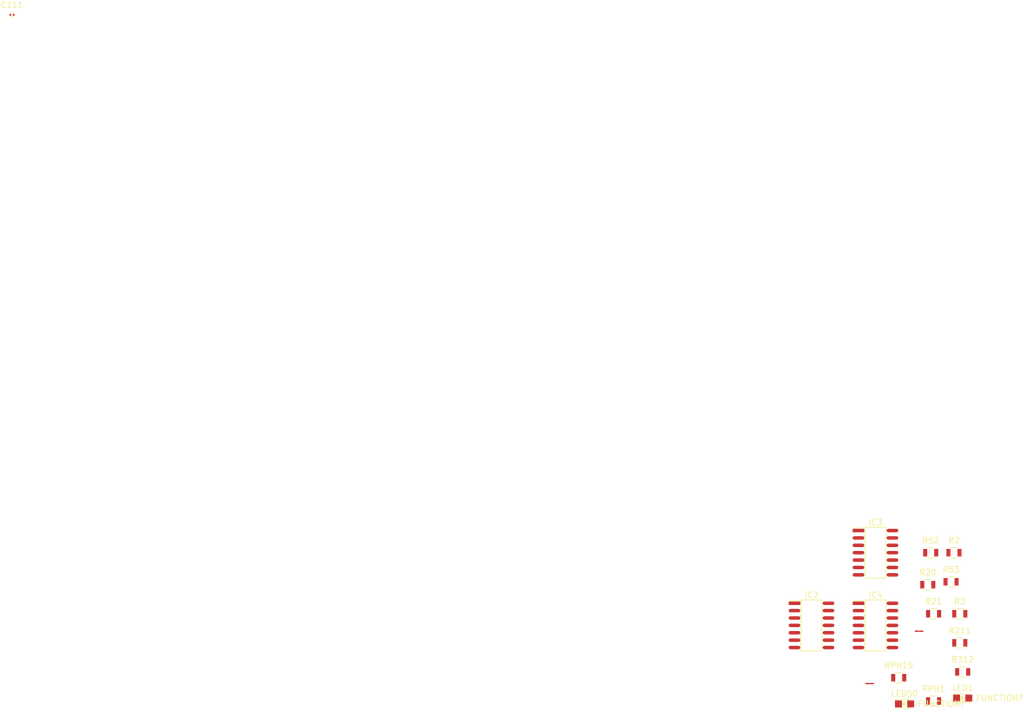
<source format=kicad_pcb>
(kicad_pcb (version 4) (host pcbnew 4.0.7)

  (general
    (links 30)
    (no_connects 30)
    (area 0 0 0 0)
    (thickness 1.6)
    (drawings 0)
    (tracks 0)
    (zones 0)
    (modules 18)
    (nets 17)
  )

  (page A4)
  (layers
    (0 F.Cu signal)
    (31 B.Cu signal)
    (32 B.Adhes user)
    (33 F.Adhes user)
    (34 B.Paste user)
    (35 F.Paste user)
    (36 B.SilkS user)
    (37 F.SilkS user)
    (38 B.Mask user)
    (39 F.Mask user)
    (40 Dwgs.User user)
    (41 Cmts.User user)
    (42 Eco1.User user)
    (43 Eco2.User user)
    (44 Edge.Cuts user)
    (45 Margin user)
    (46 B.CrtYd user)
    (47 F.CrtYd user)
    (48 B.Fab user)
    (49 F.Fab user)
  )

  (setup
    (last_trace_width 0.25)
    (trace_clearance 0.2)
    (zone_clearance 0.508)
    (zone_45_only no)
    (trace_min 0.2)
    (segment_width 0.2)
    (edge_width 0.1)
    (via_size 0.6)
    (via_drill 0.4)
    (via_min_size 0.4)
    (via_min_drill 0.3)
    (uvia_size 0.3)
    (uvia_drill 0.1)
    (uvias_allowed no)
    (uvia_min_size 0.2)
    (uvia_min_drill 0.1)
    (pcb_text_width 0.3)
    (pcb_text_size 1.5 1.5)
    (mod_edge_width 0.15)
    (mod_text_size 1 1)
    (mod_text_width 0.15)
    (pad_size 1.5 1.5)
    (pad_drill 0.6)
    (pad_to_mask_clearance 0.1)
    (aux_axis_origin 0 0)
    (visible_elements FFFFFF7F)
    (pcbplotparams
      (layerselection 0x00030_80000001)
      (usegerberextensions false)
      (excludeedgelayer true)
      (linewidth 0.150000)
      (plotframeref false)
      (viasonmask false)
      (mode 1)
      (useauxorigin false)
      (hpglpennumber 1)
      (hpglpenspeed 20)
      (hpglpendiameter 15)
      (hpglpenoverlay 2)
      (psnegative false)
      (psa4output false)
      (plotreference true)
      (plotvalue true)
      (plotinvisibletext false)
      (padsonsilk false)
      (subtractmaskfromsilk false)
      (outputformat 1)
      (mirror false)
      (drillshape 1)
      (scaleselection 1)
      (outputdirectory ""))
  )

  (net 0 "")
  (net 1 /logic1/Q)
  (net 2 /logic1/Q_N)
  (net 3 GND)
  (net 4 VCC)
  (net 5 /logic2/Q)
  (net 6 /logic2/Q_N)
  (net 7 /core/LEVEL_SHIFTER/logic_ls/Q)
  (net 8 /core/LEVEL_SHIFTER/logic_ls/Q_N)
  (net 9 DRV_1)
  (net 10 DRV_2)
  (net 11 SENSE_1)
  (net 12 SENSE_2)
  (net 13 /TOP_VCC)
  (net 14 /TOP_GND)
  (net 15 /driver1/GND_LOCAL)
  (net 16 /driver2/GND_LOCAL)

  (net_class Default "This is the default net class."
    (clearance 0.2)
    (trace_width 0.25)
    (via_dia 0.6)
    (via_drill 0.4)
    (uvia_dia 0.3)
    (uvia_drill 0.1)
    (add_net /TOP_GND)
    (add_net /TOP_VCC)
    (add_net /core/LEVEL_SHIFTER/logic_ls/Q)
    (add_net /core/LEVEL_SHIFTER/logic_ls/Q_N)
    (add_net /driver1/GND_LOCAL)
    (add_net /driver2/GND_LOCAL)
    (add_net /logic1/Q)
    (add_net /logic1/Q_N)
    (add_net /logic2/Q)
    (add_net /logic2/Q_N)
    (add_net DRV_1)
    (add_net DRV_2)
    (add_net GND)
    (add_net SENSE_1)
    (add_net SENSE_2)
    (add_net VCC)
  )

  (module bel_ic:S_SO14 (layer F.Cu) (tedit 553B3CA0) (tstamp 5B86616A)
    (at 137.5 105)
    (path /5B851D3B/5B851D80)
    (attr smd)
    (fp_text reference IC2 (at 0 -5.225) (layer F.SilkS)
      (effects (font (size 1 1) (thickness 0.15)))
    )
    (fp_text value 7400 (at 0 0 90) (layer F.Fab) hide
      (effects (font (size 1 1) (thickness 0.15)))
    )
    (fp_line (start -3.85 -4.275) (end -3.65 -4.275) (layer F.SilkS) (width 0.15))
    (fp_line (start -3.65 -4.275) (end -2 -4.275) (layer F.SilkS) (width 0.15))
    (fp_line (start -1.8 -4.375) (end -1.8 4.375) (layer F.SilkS) (width 0.15))
    (fp_line (start -1.8 4.375) (end 1.8 4.375) (layer F.SilkS) (width 0.15))
    (fp_line (start 1.8 4.375) (end 1.8 -4.375) (layer F.SilkS) (width 0.15))
    (fp_line (start 1.8 -4.375) (end -1.8 -4.375) (layer F.SilkS) (width 0.15))
    (pad 1 smd rect (at -2.925 -3.81) (size 2 0.6) (layers F.Cu F.Paste F.Mask))
    (pad 2 smd oval (at -2.925 -2.54) (size 2 0.6) (layers F.Cu F.Paste F.Mask)
      (net 1 /logic1/Q))
    (pad 3 smd oval (at -2.925 -1.27) (size 2 0.6) (layers F.Cu F.Paste F.Mask)
      (net 2 /logic1/Q_N))
    (pad 4 smd oval (at -2.925 0) (size 2 0.6) (layers F.Cu F.Paste F.Mask))
    (pad 5 smd oval (at -2.925 1.27) (size 2 0.6) (layers F.Cu F.Paste F.Mask))
    (pad 6 smd oval (at -2.925 2.54) (size 2 0.6) (layers F.Cu F.Paste F.Mask))
    (pad 7 smd oval (at -2.925 3.81) (size 2 0.6) (layers F.Cu F.Paste F.Mask)
      (net 3 GND))
    (pad 8 smd oval (at 2.925 3.81) (size 2 0.6) (layers F.Cu F.Paste F.Mask))
    (pad 9 smd oval (at 2.925 2.54) (size 2 0.6) (layers F.Cu F.Paste F.Mask))
    (pad 10 smd oval (at 2.925 1.27) (size 2 0.6) (layers F.Cu F.Paste F.Mask))
    (pad 11 smd oval (at 2.925 0) (size 2 0.6) (layers F.Cu F.Paste F.Mask)
      (net 1 /logic1/Q))
    (pad 12 smd oval (at 2.925 -1.27) (size 2 0.6) (layers F.Cu F.Paste F.Mask))
    (pad 13 smd oval (at 2.925 -2.54) (size 2 0.6) (layers F.Cu F.Paste F.Mask)
      (net 2 /logic1/Q_N))
    (pad 14 smd oval (at 2.925 -3.81) (size 2 0.6) (layers F.Cu F.Paste F.Mask)
      (net 4 VCC))
    (model /usr/local/share/kicad/modules/packages3d/Housings_SOIC.3dshapes/SOIC-14_3.9x8.7mm_Pitch1.27mm.wrl
      (at (xyz 0 0 0))
      (scale (xyz 1 1 1))
      (rotate (xyz 0 0 0))
    )
  )

  (module bel_ic:S_SO14 (layer F.Cu) (tedit 553B3CA0) (tstamp 5B866182)
    (at 148.5 92.5)
    (path /5B852748/5B851D80)
    (attr smd)
    (fp_text reference IC3 (at 0 -5.225) (layer F.SilkS)
      (effects (font (size 1 1) (thickness 0.15)))
    )
    (fp_text value 7400 (at 0 0 90) (layer F.Fab) hide
      (effects (font (size 1 1) (thickness 0.15)))
    )
    (fp_line (start -3.85 -4.275) (end -3.65 -4.275) (layer F.SilkS) (width 0.15))
    (fp_line (start -3.65 -4.275) (end -2 -4.275) (layer F.SilkS) (width 0.15))
    (fp_line (start -1.8 -4.375) (end -1.8 4.375) (layer F.SilkS) (width 0.15))
    (fp_line (start -1.8 4.375) (end 1.8 4.375) (layer F.SilkS) (width 0.15))
    (fp_line (start 1.8 4.375) (end 1.8 -4.375) (layer F.SilkS) (width 0.15))
    (fp_line (start 1.8 -4.375) (end -1.8 -4.375) (layer F.SilkS) (width 0.15))
    (pad 1 smd rect (at -2.925 -3.81) (size 2 0.6) (layers F.Cu F.Paste F.Mask))
    (pad 2 smd oval (at -2.925 -2.54) (size 2 0.6) (layers F.Cu F.Paste F.Mask)
      (net 5 /logic2/Q))
    (pad 3 smd oval (at -2.925 -1.27) (size 2 0.6) (layers F.Cu F.Paste F.Mask)
      (net 6 /logic2/Q_N))
    (pad 4 smd oval (at -2.925 0) (size 2 0.6) (layers F.Cu F.Paste F.Mask))
    (pad 5 smd oval (at -2.925 1.27) (size 2 0.6) (layers F.Cu F.Paste F.Mask))
    (pad 6 smd oval (at -2.925 2.54) (size 2 0.6) (layers F.Cu F.Paste F.Mask))
    (pad 7 smd oval (at -2.925 3.81) (size 2 0.6) (layers F.Cu F.Paste F.Mask)
      (net 3 GND))
    (pad 8 smd oval (at 2.925 3.81) (size 2 0.6) (layers F.Cu F.Paste F.Mask))
    (pad 9 smd oval (at 2.925 2.54) (size 2 0.6) (layers F.Cu F.Paste F.Mask))
    (pad 10 smd oval (at 2.925 1.27) (size 2 0.6) (layers F.Cu F.Paste F.Mask))
    (pad 11 smd oval (at 2.925 0) (size 2 0.6) (layers F.Cu F.Paste F.Mask)
      (net 5 /logic2/Q))
    (pad 12 smd oval (at 2.925 -1.27) (size 2 0.6) (layers F.Cu F.Paste F.Mask))
    (pad 13 smd oval (at 2.925 -2.54) (size 2 0.6) (layers F.Cu F.Paste F.Mask)
      (net 6 /logic2/Q_N))
    (pad 14 smd oval (at 2.925 -3.81) (size 2 0.6) (layers F.Cu F.Paste F.Mask)
      (net 4 VCC))
    (model /usr/local/share/kicad/modules/packages3d/Housings_SOIC.3dshapes/SOIC-14_3.9x8.7mm_Pitch1.27mm.wrl
      (at (xyz 0 0 0))
      (scale (xyz 1 1 1))
      (rotate (xyz 0 0 0))
    )
  )

  (module bel_ic:S_SO14 (layer F.Cu) (tedit 553B3CA0) (tstamp 5B86619A)
    (at 148.5011 105.0036)
    (path /59F17F64/59F18F3E/5B852A16/5B851D80)
    (attr smd)
    (fp_text reference IC4 (at 0 -5.225) (layer F.SilkS)
      (effects (font (size 1 1) (thickness 0.15)))
    )
    (fp_text value 7400 (at 0 0 90) (layer F.Fab) hide
      (effects (font (size 1 1) (thickness 0.15)))
    )
    (fp_line (start -3.85 -4.275) (end -3.65 -4.275) (layer F.SilkS) (width 0.15))
    (fp_line (start -3.65 -4.275) (end -2 -4.275) (layer F.SilkS) (width 0.15))
    (fp_line (start -1.8 -4.375) (end -1.8 4.375) (layer F.SilkS) (width 0.15))
    (fp_line (start -1.8 4.375) (end 1.8 4.375) (layer F.SilkS) (width 0.15))
    (fp_line (start 1.8 4.375) (end 1.8 -4.375) (layer F.SilkS) (width 0.15))
    (fp_line (start 1.8 -4.375) (end -1.8 -4.375) (layer F.SilkS) (width 0.15))
    (pad 1 smd rect (at -2.925 -3.81) (size 2 0.6) (layers F.Cu F.Paste F.Mask))
    (pad 2 smd oval (at -2.925 -2.54) (size 2 0.6) (layers F.Cu F.Paste F.Mask)
      (net 7 /core/LEVEL_SHIFTER/logic_ls/Q))
    (pad 3 smd oval (at -2.925 -1.27) (size 2 0.6) (layers F.Cu F.Paste F.Mask)
      (net 8 /core/LEVEL_SHIFTER/logic_ls/Q_N))
    (pad 4 smd oval (at -2.925 0) (size 2 0.6) (layers F.Cu F.Paste F.Mask))
    (pad 5 smd oval (at -2.925 1.27) (size 2 0.6) (layers F.Cu F.Paste F.Mask))
    (pad 6 smd oval (at -2.925 2.54) (size 2 0.6) (layers F.Cu F.Paste F.Mask))
    (pad 7 smd oval (at -2.925 3.81) (size 2 0.6) (layers F.Cu F.Paste F.Mask)
      (net 3 GND))
    (pad 8 smd oval (at 2.925 3.81) (size 2 0.6) (layers F.Cu F.Paste F.Mask))
    (pad 9 smd oval (at 2.925 2.54) (size 2 0.6) (layers F.Cu F.Paste F.Mask))
    (pad 10 smd oval (at 2.925 1.27) (size 2 0.6) (layers F.Cu F.Paste F.Mask))
    (pad 11 smd oval (at 2.925 0) (size 2 0.6) (layers F.Cu F.Paste F.Mask)
      (net 7 /core/LEVEL_SHIFTER/logic_ls/Q))
    (pad 12 smd oval (at 2.925 -1.27) (size 2 0.6) (layers F.Cu F.Paste F.Mask))
    (pad 13 smd oval (at 2.925 -2.54) (size 2 0.6) (layers F.Cu F.Paste F.Mask)
      (net 8 /core/LEVEL_SHIFTER/logic_ls/Q_N))
    (pad 14 smd oval (at 2.925 -3.81) (size 2 0.6) (layers F.Cu F.Paste F.Mask)
      (net 4 VCC))
    (model /usr/local/share/kicad/modules/packages3d/Housings_SOIC.3dshapes/SOIC-14_3.9x8.7mm_Pitch1.27mm.wrl
      (at (xyz 0 0 0))
      (scale (xyz 1 1 1))
      (rotate (xyz 0 0 0))
    )
  )

  (module bel_opto:S_0805 (layer F.Cu) (tedit 595D3B56) (tstamp 5B8661B6)
    (at 163.5 117.5)
    (descr LED_PAC_S_0805_VAL_)
    (tags "LED SMD 0805")
    (path /59F17F77/5A991798)
    (attr smd)
    (fp_text reference LED1 (at 0 -1.75) (layer F.SilkS)
      (effects (font (size 1 1) (thickness 0.15)))
    )
    (fp_text value red (at 0 1.75) (layer F.Fab)
      (effects (font (size 1 1) (thickness 0.15)))
    )
    (fp_text user FUNCTION? (at 6.35 0) (layer F.SilkS)
      (effects (font (size 1 1) (thickness 0.15)))
    )
    (fp_line (start -0.4 -0.3) (end -0.4 0.3) (layer F.Fab) (width 0.15))
    (fp_line (start -0.3 0) (end 0 -0.3) (layer F.Fab) (width 0.15))
    (fp_line (start 0 0.3) (end -0.3 0) (layer F.Fab) (width 0.15))
    (fp_line (start 0 -0.3) (end 0 0.3) (layer F.Fab) (width 0.15))
    (fp_line (start 1 -0.6) (end -1 -0.6) (layer F.Fab) (width 0.15))
    (fp_line (start 1 0.6) (end 1 -0.6) (layer F.Fab) (width 0.15))
    (fp_line (start -1 0.6) (end 1 0.6) (layer F.Fab) (width 0.15))
    (fp_line (start -1 -0.6) (end -1 0.6) (layer F.Fab) (width 0.15))
    (fp_line (start -1.6 0.75) (end 1.1 0.75) (layer F.SilkS) (width 0.15))
    (fp_line (start -1.6 -0.75) (end 1.1 -0.75) (layer F.SilkS) (width 0.15))
    (fp_line (start -0.1 0.15) (end -0.1 -0.1) (layer F.SilkS) (width 0.15))
    (fp_line (start -0.1 -0.1) (end -0.25 0.05) (layer F.SilkS) (width 0.15))
    (fp_line (start -0.35 -0.35) (end -0.35 0.35) (layer F.SilkS) (width 0.15))
    (fp_line (start 0 0) (end 0.35 0) (layer F.SilkS) (width 0.15))
    (fp_line (start -0.35 0) (end 0 -0.35) (layer F.SilkS) (width 0.15))
    (fp_line (start 0 -0.35) (end 0 0.35) (layer F.SilkS) (width 0.15))
    (fp_line (start 0 0.35) (end -0.35 0) (layer F.SilkS) (width 0.15))
    (fp_line (start 1.9 -0.95) (end 1.9 0.95) (layer F.CrtYd) (width 0.15))
    (fp_line (start 1.9 0.95) (end -1.9 0.95) (layer F.CrtYd) (width 0.15))
    (fp_line (start -1.9 0.95) (end -1.9 -0.95) (layer F.CrtYd) (width 0.15))
    (fp_line (start -1.9 -0.95) (end 1.9 -0.95) (layer F.CrtYd) (width 0.15))
    (pad A smd rect (at 1.04902 0 180) (size 1.19888 1.19888) (layers F.Cu F.Paste F.Mask)
      (net 9 DRV_1))
    (pad C smd rect (at -1.04902 0 180) (size 1.19888 1.19888) (layers F.Cu F.Paste F.Mask)
      (net 10 DRV_2))
    (model LEDs.3dshapes/LED_0805.wrl
      (at (xyz 0 0 0))
      (scale (xyz 1 1 1))
      (rotate (xyz 0 0 0))
    )
  )

  (module bel_opto:S_0805 (layer F.Cu) (tedit 595D3B56) (tstamp 5B8661D2)
    (at 153.5 118.5)
    (descr LED_PAC_S_0805_VAL_)
    (tags "LED SMD 0805")
    (path /5B7E59F3/5A991798)
    (attr smd)
    (fp_text reference LED50 (at 0 -1.75) (layer F.SilkS)
      (effects (font (size 1 1) (thickness 0.15)))
    )
    (fp_text value red (at 0 1.75) (layer F.Fab)
      (effects (font (size 1 1) (thickness 0.15)))
    )
    (fp_text user FUNCTION? (at 6.35 0) (layer F.SilkS)
      (effects (font (size 1 1) (thickness 0.15)))
    )
    (fp_line (start -0.4 -0.3) (end -0.4 0.3) (layer F.Fab) (width 0.15))
    (fp_line (start -0.3 0) (end 0 -0.3) (layer F.Fab) (width 0.15))
    (fp_line (start 0 0.3) (end -0.3 0) (layer F.Fab) (width 0.15))
    (fp_line (start 0 -0.3) (end 0 0.3) (layer F.Fab) (width 0.15))
    (fp_line (start 1 -0.6) (end -1 -0.6) (layer F.Fab) (width 0.15))
    (fp_line (start 1 0.6) (end 1 -0.6) (layer F.Fab) (width 0.15))
    (fp_line (start -1 0.6) (end 1 0.6) (layer F.Fab) (width 0.15))
    (fp_line (start -1 -0.6) (end -1 0.6) (layer F.Fab) (width 0.15))
    (fp_line (start -1.6 0.75) (end 1.1 0.75) (layer F.SilkS) (width 0.15))
    (fp_line (start -1.6 -0.75) (end 1.1 -0.75) (layer F.SilkS) (width 0.15))
    (fp_line (start -0.1 0.15) (end -0.1 -0.1) (layer F.SilkS) (width 0.15))
    (fp_line (start -0.1 -0.1) (end -0.25 0.05) (layer F.SilkS) (width 0.15))
    (fp_line (start -0.35 -0.35) (end -0.35 0.35) (layer F.SilkS) (width 0.15))
    (fp_line (start 0 0) (end 0.35 0) (layer F.SilkS) (width 0.15))
    (fp_line (start -0.35 0) (end 0 -0.35) (layer F.SilkS) (width 0.15))
    (fp_line (start 0 -0.35) (end 0 0.35) (layer F.SilkS) (width 0.15))
    (fp_line (start 0 0.35) (end -0.35 0) (layer F.SilkS) (width 0.15))
    (fp_line (start 1.9 -0.95) (end 1.9 0.95) (layer F.CrtYd) (width 0.15))
    (fp_line (start 1.9 0.95) (end -1.9 0.95) (layer F.CrtYd) (width 0.15))
    (fp_line (start -1.9 0.95) (end -1.9 -0.95) (layer F.CrtYd) (width 0.15))
    (fp_line (start -1.9 -0.95) (end 1.9 -0.95) (layer F.CrtYd) (width 0.15))
    (pad A smd rect (at 1.04902 0 180) (size 1.19888 1.19888) (layers F.Cu F.Paste F.Mask)
      (net 9 DRV_1))
    (pad C smd rect (at -1.04902 0 180) (size 1.19888 1.19888) (layers F.Cu F.Paste F.Mask)
      (net 10 DRV_2))
    (model LEDs.3dshapes/LED_0805.wrl
      (at (xyz 0 0 0))
      (scale (xyz 1 1 1))
      (rotate (xyz 0 0 0))
    )
  )

  (module bel_netchanger:0mm2 (layer F.Cu) (tedit 585A8500) (tstamp 5B8661D9)
    (at 147.5 115)
    (descr "NetChanger 0mm2")
    (tags "NetChanger 0mm2")
    (path /59F17F64/59F18F3E/5A99221E)
    (attr virtual)
    (fp_text reference N1 (at 0 -1.9) (layer F.SilkS) hide
      (effects (font (size 1 1) (thickness 0.15)))
    )
    (fp_text value NETCHANGER (at 0 1.9) (layer F.Fab) hide
      (effects (font (size 1 1) (thickness 0.15)))
    )
    (fp_line (start -0.5 0) (end 0.5 0) (layer F.Cu) (width 0.2))
    (pad 1 smd rect (at -0.5 0) (size 0.5 0.2) (layers F.Cu)
      (net 11 SENSE_1))
    (pad 2 smd rect (at 0.5 0) (size 0.5 0.2) (layers F.Cu)
      (net 9 DRV_1))
  )

  (module bel_netchanger:0mm2 (layer F.Cu) (tedit 585A8500) (tstamp 5B8661E0)
    (at 156 106)
    (descr "NetChanger 0mm2")
    (tags "NetChanger 0mm2")
    (path /59F17F64/59F18F3E/5A992366)
    (attr virtual)
    (fp_text reference N2 (at 0 -1.9) (layer F.SilkS) hide
      (effects (font (size 1 1) (thickness 0.15)))
    )
    (fp_text value NETCHANGER (at 0 1.9) (layer F.Fab) hide
      (effects (font (size 1 1) (thickness 0.15)))
    )
    (fp_line (start -0.5 0) (end 0.5 0) (layer F.Cu) (width 0.2))
    (pad 1 smd rect (at -0.5 0) (size 0.5 0.2) (layers F.Cu)
      (net 12 SENSE_2))
    (pad 2 smd rect (at 0.5 0) (size 0.5 0.2) (layers F.Cu)
      (net 10 DRV_2))
  )

  (module bel_resistor:S_0805 (layer F.Cu) (tedit 58307B54) (tstamp 5B8661F0)
    (at 162 92.5)
    (descr R_PAC_S_0805_VAL_)
    (tags "resistor SMD 0805")
    (path /59F17FDE/5A991D9E)
    (attr smd)
    (fp_text reference R2 (at 0 -2.1) (layer F.SilkS)
      (effects (font (size 1 1) (thickness 0.15)))
    )
    (fp_text value 330R (at 0 2.1) (layer F.Fab)
      (effects (font (size 1 1) (thickness 0.15)))
    )
    (fp_line (start -1 0.625) (end -1 -0.625) (layer F.Fab) (width 0.15))
    (fp_line (start 1 0.625) (end -1 0.625) (layer F.Fab) (width 0.15))
    (fp_line (start 1 -0.625) (end 1 0.625) (layer F.Fab) (width 0.15))
    (fp_line (start -1 -0.625) (end 1 -0.625) (layer F.Fab) (width 0.15))
    (fp_line (start -1.6 -1) (end 1.6 -1) (layer F.CrtYd) (width 0.15))
    (fp_line (start -1.6 1) (end 1.6 1) (layer F.CrtYd) (width 0.15))
    (fp_line (start -1.6 -1) (end -1.6 1) (layer F.CrtYd) (width 0.15))
    (fp_line (start 1.6 -1) (end 1.6 1) (layer F.CrtYd) (width 0.15))
    (fp_line (start 0.6 0.875) (end -0.6 0.875) (layer F.SilkS) (width 0.15))
    (fp_line (start -0.6 -0.875) (end 0.6 -0.875) (layer F.SilkS) (width 0.15))
    (pad 1 smd rect (at -0.95 0) (size 0.7 1.3) (layers F.Cu F.Paste F.Mask)
      (net 11 SENSE_1))
    (pad 2 smd rect (at 0.95 0) (size 0.7 1.3) (layers F.Cu F.Paste F.Mask)
      (net 13 /TOP_VCC))
    (model Resistors_SMD.3dshapes/R_0805.wrl
      (at (xyz 0 0 0))
      (scale (xyz 1 1 1))
      (rotate (xyz 0 0 0))
    )
  )

  (module bel_resistor:S_0805 (layer F.Cu) (tedit 58307B54) (tstamp 5B866200)
    (at 163 103)
    (descr R_PAC_S_0805_VAL_)
    (tags "resistor SMD 0805")
    (path /59F17FDE/5A991E16)
    (attr smd)
    (fp_text reference R3 (at 0 -2.1) (layer F.SilkS)
      (effects (font (size 1 1) (thickness 0.15)))
    )
    (fp_text value 330R (at 0 2.1) (layer F.Fab)
      (effects (font (size 1 1) (thickness 0.15)))
    )
    (fp_line (start -1 0.625) (end -1 -0.625) (layer F.Fab) (width 0.15))
    (fp_line (start 1 0.625) (end -1 0.625) (layer F.Fab) (width 0.15))
    (fp_line (start 1 -0.625) (end 1 0.625) (layer F.Fab) (width 0.15))
    (fp_line (start -1 -0.625) (end 1 -0.625) (layer F.Fab) (width 0.15))
    (fp_line (start -1.6 -1) (end 1.6 -1) (layer F.CrtYd) (width 0.15))
    (fp_line (start -1.6 1) (end 1.6 1) (layer F.CrtYd) (width 0.15))
    (fp_line (start -1.6 -1) (end -1.6 1) (layer F.CrtYd) (width 0.15))
    (fp_line (start 1.6 -1) (end 1.6 1) (layer F.CrtYd) (width 0.15))
    (fp_line (start 0.6 0.875) (end -0.6 0.875) (layer F.SilkS) (width 0.15))
    (fp_line (start -0.6 -0.875) (end 0.6 -0.875) (layer F.SilkS) (width 0.15))
    (pad 1 smd rect (at -0.95 0) (size 0.7 1.3) (layers F.Cu F.Paste F.Mask)
      (net 14 /TOP_GND))
    (pad 2 smd rect (at 0.95 0) (size 0.7 1.3) (layers F.Cu F.Paste F.Mask)
      (net 12 SENSE_2))
    (model Resistors_SMD.3dshapes/R_0805.wrl
      (at (xyz 0 0 0))
      (scale (xyz 1 1 1))
      (rotate (xyz 0 0 0))
    )
  )

  (module bel_resistor:S_0805 (layer F.Cu) (tedit 58307B54) (tstamp 5B866210)
    (at 157.5 98)
    (descr R_PAC_S_0805_VAL_)
    (tags "resistor SMD 0805")
    (path /59F17F77/5A992515)
    (attr smd)
    (fp_text reference R20 (at 0 -2.1) (layer F.SilkS)
      (effects (font (size 1 1) (thickness 0.15)))
    )
    (fp_text value 1k2 (at 0 2.1) (layer F.Fab)
      (effects (font (size 1 1) (thickness 0.15)))
    )
    (fp_line (start -1 0.625) (end -1 -0.625) (layer F.Fab) (width 0.15))
    (fp_line (start 1 0.625) (end -1 0.625) (layer F.Fab) (width 0.15))
    (fp_line (start 1 -0.625) (end 1 0.625) (layer F.Fab) (width 0.15))
    (fp_line (start -1 -0.625) (end 1 -0.625) (layer F.Fab) (width 0.15))
    (fp_line (start -1.6 -1) (end 1.6 -1) (layer F.CrtYd) (width 0.15))
    (fp_line (start -1.6 1) (end 1.6 1) (layer F.CrtYd) (width 0.15))
    (fp_line (start -1.6 -1) (end -1.6 1) (layer F.CrtYd) (width 0.15))
    (fp_line (start 1.6 -1) (end 1.6 1) (layer F.CrtYd) (width 0.15))
    (fp_line (start 0.6 0.875) (end -0.6 0.875) (layer F.SilkS) (width 0.15))
    (fp_line (start -0.6 -0.875) (end 0.6 -0.875) (layer F.SilkS) (width 0.15))
    (pad 1 smd rect (at -0.95 0) (size 0.7 1.3) (layers F.Cu F.Paste F.Mask)
      (net 9 DRV_1))
    (pad 2 smd rect (at 0.95 0) (size 0.7 1.3) (layers F.Cu F.Paste F.Mask)
      (net 15 /driver1/GND_LOCAL))
    (model Resistors_SMD.3dshapes/R_0805.wrl
      (at (xyz 0 0 0))
      (scale (xyz 1 1 1))
      (rotate (xyz 0 0 0))
    )
  )

  (module bel_resistor:S_0805 (layer F.Cu) (tedit 58307B54) (tstamp 5B866220)
    (at 158.5 103)
    (descr R_PAC_S_0805_VAL_)
    (tags "resistor SMD 0805")
    (path /59F17F77/5A9927FC)
    (attr smd)
    (fp_text reference R21 (at 0 -2.1) (layer F.SilkS)
      (effects (font (size 1 1) (thickness 0.15)))
    )
    (fp_text value 1k2 (at 0 2.1) (layer F.Fab)
      (effects (font (size 1 1) (thickness 0.15)))
    )
    (fp_line (start -1 0.625) (end -1 -0.625) (layer F.Fab) (width 0.15))
    (fp_line (start 1 0.625) (end -1 0.625) (layer F.Fab) (width 0.15))
    (fp_line (start 1 -0.625) (end 1 0.625) (layer F.Fab) (width 0.15))
    (fp_line (start -1 -0.625) (end 1 -0.625) (layer F.Fab) (width 0.15))
    (fp_line (start -1.6 -1) (end 1.6 -1) (layer F.CrtYd) (width 0.15))
    (fp_line (start -1.6 1) (end 1.6 1) (layer F.CrtYd) (width 0.15))
    (fp_line (start -1.6 -1) (end -1.6 1) (layer F.CrtYd) (width 0.15))
    (fp_line (start 1.6 -1) (end 1.6 1) (layer F.CrtYd) (width 0.15))
    (fp_line (start 0.6 0.875) (end -0.6 0.875) (layer F.SilkS) (width 0.15))
    (fp_line (start -0.6 -0.875) (end 0.6 -0.875) (layer F.SilkS) (width 0.15))
    (pad 1 smd rect (at -0.95 0) (size 0.7 1.3) (layers F.Cu F.Paste F.Mask)
      (net 15 /driver1/GND_LOCAL))
    (pad 2 smd rect (at 0.95 0) (size 0.7 1.3) (layers F.Cu F.Paste F.Mask)
      (net 10 DRV_2))
    (model Resistors_SMD.3dshapes/R_0805.wrl
      (at (xyz 0 0 0))
      (scale (xyz 1 1 1))
      (rotate (xyz 0 0 0))
    )
  )

  (module bel_resistor:S_0805 (layer F.Cu) (tedit 58307B54) (tstamp 5B866250)
    (at 158 92.5)
    (descr R_PAC_S_0805_VAL_)
    (tags "resistor SMD 0805")
    (path /5B7E59F3/5A992515)
    (attr smd)
    (fp_text reference R52 (at 0 -2.1) (layer F.SilkS)
      (effects (font (size 1 1) (thickness 0.15)))
    )
    (fp_text value 1k2 (at 0 2.1) (layer F.Fab)
      (effects (font (size 1 1) (thickness 0.15)))
    )
    (fp_line (start -1 0.625) (end -1 -0.625) (layer F.Fab) (width 0.15))
    (fp_line (start 1 0.625) (end -1 0.625) (layer F.Fab) (width 0.15))
    (fp_line (start 1 -0.625) (end 1 0.625) (layer F.Fab) (width 0.15))
    (fp_line (start -1 -0.625) (end 1 -0.625) (layer F.Fab) (width 0.15))
    (fp_line (start -1.6 -1) (end 1.6 -1) (layer F.CrtYd) (width 0.15))
    (fp_line (start -1.6 1) (end 1.6 1) (layer F.CrtYd) (width 0.15))
    (fp_line (start -1.6 -1) (end -1.6 1) (layer F.CrtYd) (width 0.15))
    (fp_line (start 1.6 -1) (end 1.6 1) (layer F.CrtYd) (width 0.15))
    (fp_line (start 0.6 0.875) (end -0.6 0.875) (layer F.SilkS) (width 0.15))
    (fp_line (start -0.6 -0.875) (end 0.6 -0.875) (layer F.SilkS) (width 0.15))
    (pad 1 smd rect (at -0.95 0) (size 0.7 1.3) (layers F.Cu F.Paste F.Mask)
      (net 9 DRV_1))
    (pad 2 smd rect (at 0.95 0) (size 0.7 1.3) (layers F.Cu F.Paste F.Mask)
      (net 16 /driver2/GND_LOCAL))
    (model Resistors_SMD.3dshapes/R_0805.wrl
      (at (xyz 0 0 0))
      (scale (xyz 1 1 1))
      (rotate (xyz 0 0 0))
    )
  )

  (module bel_resistor:S_0805 (layer F.Cu) (tedit 58307B54) (tstamp 5B866260)
    (at 161.5 97.5)
    (descr R_PAC_S_0805_VAL_)
    (tags "resistor SMD 0805")
    (path /5B7E59F3/5A9927FC)
    (attr smd)
    (fp_text reference R53 (at 0 -2.1) (layer F.SilkS)
      (effects (font (size 1 1) (thickness 0.15)))
    )
    (fp_text value 1k2 (at 0 2.1) (layer F.Fab)
      (effects (font (size 1 1) (thickness 0.15)))
    )
    (fp_line (start -1 0.625) (end -1 -0.625) (layer F.Fab) (width 0.15))
    (fp_line (start 1 0.625) (end -1 0.625) (layer F.Fab) (width 0.15))
    (fp_line (start 1 -0.625) (end 1 0.625) (layer F.Fab) (width 0.15))
    (fp_line (start -1 -0.625) (end 1 -0.625) (layer F.Fab) (width 0.15))
    (fp_line (start -1.6 -1) (end 1.6 -1) (layer F.CrtYd) (width 0.15))
    (fp_line (start -1.6 1) (end 1.6 1) (layer F.CrtYd) (width 0.15))
    (fp_line (start -1.6 -1) (end -1.6 1) (layer F.CrtYd) (width 0.15))
    (fp_line (start 1.6 -1) (end 1.6 1) (layer F.CrtYd) (width 0.15))
    (fp_line (start 0.6 0.875) (end -0.6 0.875) (layer F.SilkS) (width 0.15))
    (fp_line (start -0.6 -0.875) (end 0.6 -0.875) (layer F.SilkS) (width 0.15))
    (pad 1 smd rect (at -0.95 0) (size 0.7 1.3) (layers F.Cu F.Paste F.Mask)
      (net 16 /driver2/GND_LOCAL))
    (pad 2 smd rect (at 0.95 0) (size 0.7 1.3) (layers F.Cu F.Paste F.Mask)
      (net 10 DRV_2))
    (model Resistors_SMD.3dshapes/R_0805.wrl
      (at (xyz 0 0 0))
      (scale (xyz 1 1 1))
      (rotate (xyz 0 0 0))
    )
  )

  (module bel_resistor:S_0805 (layer F.Cu) (tedit 58307B54) (tstamp 5B866270)
    (at 163 108)
    (descr R_PAC_S_0805_VAL_)
    (tags "resistor SMD 0805")
    (path /5B7CFC57/5A991D9E)
    (attr smd)
    (fp_text reference R211 (at 0 -2.1) (layer F.SilkS)
      (effects (font (size 1 1) (thickness 0.15)))
    )
    (fp_text value 330R (at 0 2.1) (layer F.Fab)
      (effects (font (size 1 1) (thickness 0.15)))
    )
    (fp_line (start -1 0.625) (end -1 -0.625) (layer F.Fab) (width 0.15))
    (fp_line (start 1 0.625) (end -1 0.625) (layer F.Fab) (width 0.15))
    (fp_line (start 1 -0.625) (end 1 0.625) (layer F.Fab) (width 0.15))
    (fp_line (start -1 -0.625) (end 1 -0.625) (layer F.Fab) (width 0.15))
    (fp_line (start -1.6 -1) (end 1.6 -1) (layer F.CrtYd) (width 0.15))
    (fp_line (start -1.6 1) (end 1.6 1) (layer F.CrtYd) (width 0.15))
    (fp_line (start -1.6 -1) (end -1.6 1) (layer F.CrtYd) (width 0.15))
    (fp_line (start 1.6 -1) (end 1.6 1) (layer F.CrtYd) (width 0.15))
    (fp_line (start 0.6 0.875) (end -0.6 0.875) (layer F.SilkS) (width 0.15))
    (fp_line (start -0.6 -0.875) (end 0.6 -0.875) (layer F.SilkS) (width 0.15))
    (pad 1 smd rect (at -0.95 0) (size 0.7 1.3) (layers F.Cu F.Paste F.Mask)
      (net 11 SENSE_1))
    (pad 2 smd rect (at 0.95 0) (size 0.7 1.3) (layers F.Cu F.Paste F.Mask)
      (net 13 /TOP_VCC))
    (model Resistors_SMD.3dshapes/R_0805.wrl
      (at (xyz 0 0 0))
      (scale (xyz 1 1 1))
      (rotate (xyz 0 0 0))
    )
  )

  (module bel_resistor:S_0805 (layer F.Cu) (tedit 58307B54) (tstamp 5B866280)
    (at 163.5 113)
    (descr R_PAC_S_0805_VAL_)
    (tags "resistor SMD 0805")
    (path /5B7CFC57/5A991E16)
    (attr smd)
    (fp_text reference R312 (at 0 -2.1) (layer F.SilkS)
      (effects (font (size 1 1) (thickness 0.15)))
    )
    (fp_text value 330R (at 0 2.1) (layer F.Fab)
      (effects (font (size 1 1) (thickness 0.15)))
    )
    (fp_line (start -1 0.625) (end -1 -0.625) (layer F.Fab) (width 0.15))
    (fp_line (start 1 0.625) (end -1 0.625) (layer F.Fab) (width 0.15))
    (fp_line (start 1 -0.625) (end 1 0.625) (layer F.Fab) (width 0.15))
    (fp_line (start -1 -0.625) (end 1 -0.625) (layer F.Fab) (width 0.15))
    (fp_line (start -1.6 -1) (end 1.6 -1) (layer F.CrtYd) (width 0.15))
    (fp_line (start -1.6 1) (end 1.6 1) (layer F.CrtYd) (width 0.15))
    (fp_line (start -1.6 -1) (end -1.6 1) (layer F.CrtYd) (width 0.15))
    (fp_line (start 1.6 -1) (end 1.6 1) (layer F.CrtYd) (width 0.15))
    (fp_line (start 0.6 0.875) (end -0.6 0.875) (layer F.SilkS) (width 0.15))
    (fp_line (start -0.6 -0.875) (end 0.6 -0.875) (layer F.SilkS) (width 0.15))
    (pad 1 smd rect (at -0.95 0) (size 0.7 1.3) (layers F.Cu F.Paste F.Mask)
      (net 14 /TOP_GND))
    (pad 2 smd rect (at 0.95 0) (size 0.7 1.3) (layers F.Cu F.Paste F.Mask)
      (net 12 SENSE_2))
    (model Resistors_SMD.3dshapes/R_0805.wrl
      (at (xyz 0 0 0))
      (scale (xyz 1 1 1))
      (rotate (xyz 0 0 0))
    )
  )

  (module bel_resistor:S_0805 (layer F.Cu) (tedit 58307B54) (tstamp 5B866290)
    (at 158.5 118)
    (descr R_PAC_S_0805_VAL_)
    (tags "resistor SMD 0805")
    (path /59F17FDE/5A991D18)
    (attr smd)
    (fp_text reference RPH1 (at 0 -2.1) (layer F.SilkS)
      (effects (font (size 1 1) (thickness 0.15)))
    )
    (fp_text value 100R (at 0 2.1) (layer F.Fab)
      (effects (font (size 1 1) (thickness 0.15)))
    )
    (fp_line (start -1 0.625) (end -1 -0.625) (layer F.Fab) (width 0.15))
    (fp_line (start 1 0.625) (end -1 0.625) (layer F.Fab) (width 0.15))
    (fp_line (start 1 -0.625) (end 1 0.625) (layer F.Fab) (width 0.15))
    (fp_line (start -1 -0.625) (end 1 -0.625) (layer F.Fab) (width 0.15))
    (fp_line (start -1.6 -1) (end 1.6 -1) (layer F.CrtYd) (width 0.15))
    (fp_line (start -1.6 1) (end 1.6 1) (layer F.CrtYd) (width 0.15))
    (fp_line (start -1.6 -1) (end -1.6 1) (layer F.CrtYd) (width 0.15))
    (fp_line (start 1.6 -1) (end 1.6 1) (layer F.CrtYd) (width 0.15))
    (fp_line (start 0.6 0.875) (end -0.6 0.875) (layer F.SilkS) (width 0.15))
    (fp_line (start -0.6 -0.875) (end 0.6 -0.875) (layer F.SilkS) (width 0.15))
    (pad 1 smd rect (at -0.95 0) (size 0.7 1.3) (layers F.Cu F.Paste F.Mask)
      (net 11 SENSE_1))
    (pad 2 smd rect (at 0.95 0) (size 0.7 1.3) (layers F.Cu F.Paste F.Mask)
      (net 12 SENSE_2))
    (model Resistors_SMD.3dshapes/R_0805.wrl
      (at (xyz 0 0 0))
      (scale (xyz 1 1 1))
      (rotate (xyz 0 0 0))
    )
  )

  (module bel_resistor:S_0805 (layer F.Cu) (tedit 58307B54) (tstamp 5B8662A0)
    (at 152.5 114)
    (descr R_PAC_S_0805_VAL_)
    (tags "resistor SMD 0805")
    (path /5B7CFC57/5A991D18)
    (attr smd)
    (fp_text reference RPH19 (at 0 -2.1) (layer F.SilkS)
      (effects (font (size 1 1) (thickness 0.15)))
    )
    (fp_text value 100R (at 0 2.1) (layer F.Fab)
      (effects (font (size 1 1) (thickness 0.15)))
    )
    (fp_line (start -1 0.625) (end -1 -0.625) (layer F.Fab) (width 0.15))
    (fp_line (start 1 0.625) (end -1 0.625) (layer F.Fab) (width 0.15))
    (fp_line (start 1 -0.625) (end 1 0.625) (layer F.Fab) (width 0.15))
    (fp_line (start -1 -0.625) (end 1 -0.625) (layer F.Fab) (width 0.15))
    (fp_line (start -1.6 -1) (end 1.6 -1) (layer F.CrtYd) (width 0.15))
    (fp_line (start -1.6 1) (end 1.6 1) (layer F.CrtYd) (width 0.15))
    (fp_line (start -1.6 -1) (end -1.6 1) (layer F.CrtYd) (width 0.15))
    (fp_line (start 1.6 -1) (end 1.6 1) (layer F.CrtYd) (width 0.15))
    (fp_line (start 0.6 0.875) (end -0.6 0.875) (layer F.SilkS) (width 0.15))
    (fp_line (start -0.6 -0.875) (end 0.6 -0.875) (layer F.SilkS) (width 0.15))
    (pad 1 smd rect (at -0.95 0) (size 0.7 1.3) (layers F.Cu F.Paste F.Mask)
      (net 11 SENSE_1))
    (pad 2 smd rect (at 0.95 0) (size 0.7 1.3) (layers F.Cu F.Paste F.Mask)
      (net 12 SENSE_2))
    (model Resistors_SMD.3dshapes/R_0805.wrl
      (at (xyz 0 0 0))
      (scale (xyz 1 1 1))
      (rotate (xyz 0 0 0))
    )
  )

  (module bel_capacitor:S_0201 (layer F.Cu) (tedit 5415D524) (tstamp 5B8CF845)
    (at 0 0)
    (descr "Capacitor SMD 0201, reflow soldering, AVX (see smccp.pdf)")
    (tags "capacitor 0201")
    (path /59F17F64/5B8CF22B/5B8CF237)
    (attr smd)
    (fp_text reference C111 (at 0 -1.7) (layer F.SilkS)
      (effects (font (size 1 1) (thickness 0.15)))
    )
    (fp_text value 100n (at 0 1.7) (layer F.Fab)
      (effects (font (size 1 1) (thickness 0.15)))
    )
    (fp_line (start -0.3 0.15) (end -0.3 -0.15) (layer F.Fab) (width 0.15))
    (fp_line (start 0.3 0.15) (end -0.3 0.15) (layer F.Fab) (width 0.15))
    (fp_line (start 0.3 -0.15) (end 0.3 0.15) (layer F.Fab) (width 0.15))
    (fp_line (start -0.3 -0.15) (end 0.3 -0.15) (layer F.Fab) (width 0.15))
    (fp_line (start -0.7 -0.55) (end 0.7 -0.55) (layer F.CrtYd) (width 0.15))
    (fp_line (start -0.7 0.55) (end 0.7 0.55) (layer F.CrtYd) (width 0.15))
    (fp_line (start -0.7 -0.55) (end -0.7 0.55) (layer F.CrtYd) (width 0.15))
    (fp_line (start 0.7 -0.55) (end 0.7 0.55) (layer F.CrtYd) (width 0.15))
    (fp_line (start 0.25 0.4) (end -0.25 0.4) (layer F.SilkS) (width 0.15))
    (fp_line (start -0.25 -0.4) (end 0.25 -0.4) (layer F.SilkS) (width 0.15))
    (pad 1 smd rect (at -0.275 0) (size 0.3 0.35) (layers F.Cu F.Paste F.Mask))
    (pad 2 smd rect (at 0.275 0) (size 0.3 0.35) (layers F.Cu F.Paste F.Mask))
    (model Capacitors_SMD.3dshapes/C_0201.wrl
      (at (xyz 0 0 0))
      (scale (xyz 1 1 1))
      (rotate (xyz 0 0 0))
    )
  )

)

</source>
